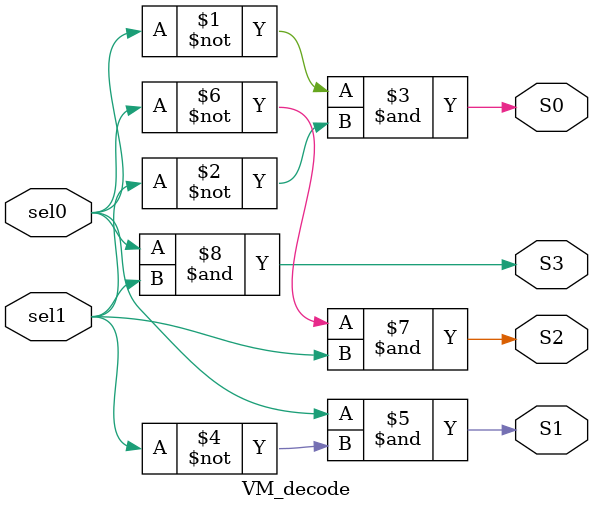
<source format=v>
`timescale 1ns / 1ps
module VM_decode(
    input sel0,
    input sel1,
    output S0,
    output S1,
    output S2,
    output S3 
    ); 
 and(S0,~sel0,~sel1);
 and(S1,sel0,~sel1);
 and(S2,~sel0,sel1);
 and(S3,sel0,sel1);
 
endmodule 

</source>
